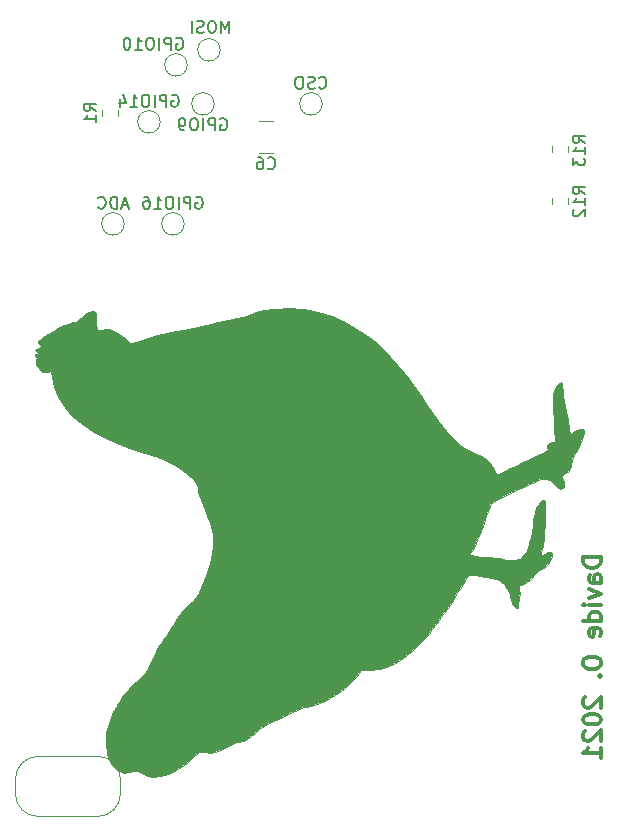
<source format=gbr>
G04 #@! TF.GenerationSoftware,KiCad,Pcbnew,(5.1.5)-3*
G04 #@! TF.CreationDate,2021-02-28T20:58:20+01:00*
G04 #@! TF.ProjectId,ATtimer,41547469-6d65-4722-9e6b-696361645f70,rev?*
G04 #@! TF.SameCoordinates,Original*
G04 #@! TF.FileFunction,Legend,Bot*
G04 #@! TF.FilePolarity,Positive*
%FSLAX46Y46*%
G04 Gerber Fmt 4.6, Leading zero omitted, Abs format (unit mm)*
G04 Created by KiCad (PCBNEW (5.1.5)-3) date 2021-02-28 20:58:20*
%MOMM*%
%LPD*%
G04 APERTURE LIST*
%ADD10C,0.300000*%
%ADD11C,0.120000*%
%ADD12C,0.010000*%
%ADD13C,0.150000*%
G04 APERTURE END LIST*
D10*
X87546571Y-112058714D02*
X86046571Y-112058714D01*
X86046571Y-112415857D01*
X86118000Y-112630142D01*
X86260857Y-112773000D01*
X86403714Y-112844428D01*
X86689428Y-112915857D01*
X86903714Y-112915857D01*
X87189428Y-112844428D01*
X87332285Y-112773000D01*
X87475142Y-112630142D01*
X87546571Y-112415857D01*
X87546571Y-112058714D01*
X87546571Y-114201571D02*
X86760857Y-114201571D01*
X86618000Y-114130142D01*
X86546571Y-113987285D01*
X86546571Y-113701571D01*
X86618000Y-113558714D01*
X87475142Y-114201571D02*
X87546571Y-114058714D01*
X87546571Y-113701571D01*
X87475142Y-113558714D01*
X87332285Y-113487285D01*
X87189428Y-113487285D01*
X87046571Y-113558714D01*
X86975142Y-113701571D01*
X86975142Y-114058714D01*
X86903714Y-114201571D01*
X86546571Y-114773000D02*
X87546571Y-115130142D01*
X86546571Y-115487285D01*
X87546571Y-116058714D02*
X86546571Y-116058714D01*
X86046571Y-116058714D02*
X86118000Y-115987285D01*
X86189428Y-116058714D01*
X86118000Y-116130142D01*
X86046571Y-116058714D01*
X86189428Y-116058714D01*
X87546571Y-117415857D02*
X86046571Y-117415857D01*
X87475142Y-117415857D02*
X87546571Y-117273000D01*
X87546571Y-116987285D01*
X87475142Y-116844428D01*
X87403714Y-116773000D01*
X87260857Y-116701571D01*
X86832285Y-116701571D01*
X86689428Y-116773000D01*
X86618000Y-116844428D01*
X86546571Y-116987285D01*
X86546571Y-117273000D01*
X86618000Y-117415857D01*
X87475142Y-118701571D02*
X87546571Y-118558714D01*
X87546571Y-118273000D01*
X87475142Y-118130142D01*
X87332285Y-118058714D01*
X86760857Y-118058714D01*
X86618000Y-118130142D01*
X86546571Y-118273000D01*
X86546571Y-118558714D01*
X86618000Y-118701571D01*
X86760857Y-118773000D01*
X86903714Y-118773000D01*
X87046571Y-118058714D01*
X86046571Y-120844428D02*
X86046571Y-121130142D01*
X86118000Y-121273000D01*
X86260857Y-121415857D01*
X86546571Y-121487285D01*
X87046571Y-121487285D01*
X87332285Y-121415857D01*
X87475142Y-121273000D01*
X87546571Y-121130142D01*
X87546571Y-120844428D01*
X87475142Y-120701571D01*
X87332285Y-120558714D01*
X87046571Y-120487285D01*
X86546571Y-120487285D01*
X86260857Y-120558714D01*
X86118000Y-120701571D01*
X86046571Y-120844428D01*
X87403714Y-122130142D02*
X87475142Y-122201571D01*
X87546571Y-122130142D01*
X87475142Y-122058714D01*
X87403714Y-122130142D01*
X87546571Y-122130142D01*
X86189428Y-123915857D02*
X86118000Y-123987285D01*
X86046571Y-124130142D01*
X86046571Y-124487285D01*
X86118000Y-124630142D01*
X86189428Y-124701571D01*
X86332285Y-124773000D01*
X86475142Y-124773000D01*
X86689428Y-124701571D01*
X87546571Y-123844428D01*
X87546571Y-124773000D01*
X86046571Y-125701571D02*
X86046571Y-125844428D01*
X86118000Y-125987285D01*
X86189428Y-126058714D01*
X86332285Y-126130142D01*
X86618000Y-126201571D01*
X86975142Y-126201571D01*
X87260857Y-126130142D01*
X87403714Y-126058714D01*
X87475142Y-125987285D01*
X87546571Y-125844428D01*
X87546571Y-125701571D01*
X87475142Y-125558714D01*
X87403714Y-125487285D01*
X87260857Y-125415857D01*
X86975142Y-125344428D01*
X86618000Y-125344428D01*
X86332285Y-125415857D01*
X86189428Y-125487285D01*
X86118000Y-125558714D01*
X86046571Y-125701571D01*
X86189428Y-126773000D02*
X86118000Y-126844428D01*
X86046571Y-126987285D01*
X86046571Y-127344428D01*
X86118000Y-127487285D01*
X86189428Y-127558714D01*
X86332285Y-127630142D01*
X86475142Y-127630142D01*
X86689428Y-127558714D01*
X87546571Y-126701571D01*
X87546571Y-127630142D01*
X87546571Y-129058714D02*
X87546571Y-128201571D01*
X87546571Y-128630142D02*
X86046571Y-128630142D01*
X86260857Y-128487285D01*
X86403714Y-128344428D01*
X86475142Y-128201571D01*
D11*
X46863000Y-130810000D02*
G75*
G03X44958000Y-128905000I-1905000J0D01*
G01*
X39878000Y-128905000D02*
G75*
G03X37973000Y-130810000I0J-1905000D01*
G01*
X37973000Y-132080000D02*
G75*
G03X39878000Y-133985000I1905000J0D01*
G01*
X44958000Y-133985000D02*
G75*
G03X46863000Y-132080000I0J1905000D01*
G01*
X46863000Y-132080000D02*
X46863000Y-130810000D01*
X43053000Y-128905000D02*
X39878000Y-128905000D01*
X39878000Y-133985000D02*
X43053000Y-133985000D01*
X37973000Y-132080000D02*
X37973000Y-130810000D01*
X44958000Y-133985000D02*
X43053000Y-133985000D01*
X44958000Y-128905000D02*
X43053000Y-128905000D01*
X84784000Y-77208748D02*
X84784000Y-77731252D01*
X83364000Y-77208748D02*
X83364000Y-77731252D01*
X83364000Y-82176252D02*
X83364000Y-81653748D01*
X84784000Y-82176252D02*
X84784000Y-81653748D01*
D12*
G36*
X39709711Y-95081533D02*
G01*
X39790306Y-95200441D01*
X39742589Y-95302467D01*
X39685209Y-95496170D01*
X39753002Y-95756691D01*
X39936020Y-96048790D01*
X39962392Y-96080900D01*
X40249796Y-96322812D01*
X40562450Y-96401570D01*
X40797891Y-96355017D01*
X40918073Y-96318167D01*
X40987122Y-96346510D01*
X41027256Y-96473700D01*
X41060692Y-96733387D01*
X41063317Y-96757045D01*
X41239575Y-97643464D01*
X41567780Y-98476314D01*
X42050974Y-99259982D01*
X42692198Y-99998855D01*
X43494491Y-100697320D01*
X44088257Y-101121410D01*
X44671433Y-101485533D01*
X45292208Y-101823067D01*
X45974063Y-102143959D01*
X46740479Y-102458156D01*
X47614941Y-102775603D01*
X48620929Y-103106247D01*
X49191333Y-103282900D01*
X50085417Y-103598658D01*
X50944901Y-103985384D01*
X51736307Y-104424457D01*
X52426156Y-104897261D01*
X52980970Y-105385178D01*
X52991934Y-105396490D01*
X53219348Y-105673801D01*
X53344167Y-105955691D01*
X53389948Y-106172457D01*
X53447161Y-106410226D01*
X53556536Y-106761533D01*
X53703840Y-107184141D01*
X53874838Y-107635816D01*
X53928402Y-107770110D01*
X54222041Y-108525477D01*
X54441096Y-109161156D01*
X54592342Y-109705965D01*
X54682555Y-110188724D01*
X54718510Y-110638251D01*
X54707080Y-111082040D01*
X54613320Y-111785299D01*
X54435251Y-112577213D01*
X54187531Y-113409037D01*
X53884818Y-114232025D01*
X53541771Y-114997430D01*
X53511625Y-115057478D01*
X53329281Y-115341415D01*
X53075695Y-115645974D01*
X52882433Y-115835614D01*
X52455647Y-116256350D01*
X52014398Y-116771493D01*
X51607709Y-117319117D01*
X51284607Y-117837292D01*
X51256390Y-117889615D01*
X51045472Y-118242970D01*
X50789277Y-118610822D01*
X50614323Y-118829667D01*
X50345643Y-119187924D01*
X50053353Y-119660501D01*
X49763312Y-120199773D01*
X49501378Y-120758112D01*
X49318870Y-121215667D01*
X49192571Y-121521459D01*
X49044296Y-121754041D01*
X48828372Y-121974562D01*
X48625299Y-122144260D01*
X48414911Y-122329629D01*
X48154578Y-122583338D01*
X47869420Y-122877796D01*
X47584555Y-123185408D01*
X47325106Y-123478581D01*
X47116192Y-123729721D01*
X46982932Y-123911233D01*
X46947667Y-123987084D01*
X46895972Y-124085167D01*
X46796657Y-124205837D01*
X46695514Y-124348629D01*
X46544573Y-124602843D01*
X46367513Y-124927339D01*
X46250471Y-125154797D01*
X45874828Y-126057291D01*
X45662890Y-126940364D01*
X45615189Y-127799230D01*
X45732258Y-128629103D01*
X45827815Y-128959285D01*
X46070903Y-129510079D01*
X46379961Y-129917658D01*
X46747066Y-130176297D01*
X47164297Y-130280276D01*
X47591215Y-130232932D01*
X47962726Y-130152550D01*
X48241487Y-130150183D01*
X48488292Y-130232440D01*
X48686584Y-130352006D01*
X49130245Y-130553378D01*
X49654803Y-130620640D01*
X50243507Y-130558024D01*
X50879607Y-130369762D01*
X51546353Y-130060087D01*
X52226995Y-129633232D01*
X52578000Y-129368648D01*
X52863271Y-129132786D01*
X53128176Y-128900133D01*
X53316606Y-128720013D01*
X53320328Y-128716108D01*
X53471287Y-128571096D01*
X53603046Y-128511176D01*
X53784422Y-128519162D01*
X53968919Y-128554142D01*
X54526793Y-128583675D01*
X55113724Y-128455196D01*
X55711172Y-128173198D01*
X55819988Y-128105455D01*
X56151538Y-127919834D01*
X56505869Y-127765307D01*
X56758222Y-127687554D01*
X57222856Y-127565828D01*
X57597800Y-127405575D01*
X57945565Y-127172986D01*
X58319175Y-126843308D01*
X58586309Y-126604399D01*
X58833915Y-126410345D01*
X59018786Y-126294237D01*
X59055000Y-126279717D01*
X59194443Y-126223176D01*
X59458032Y-126103282D01*
X59818679Y-125932854D01*
X60249298Y-125724713D01*
X60722800Y-125491677D01*
X60776549Y-125464970D01*
X61250200Y-125233878D01*
X61682027Y-125031607D01*
X62045642Y-124869849D01*
X62314658Y-124760294D01*
X62462686Y-124714633D01*
X62471584Y-124714000D01*
X62641003Y-124691928D01*
X62916988Y-124633680D01*
X63243753Y-124551208D01*
X63287718Y-124539146D01*
X64191897Y-124207193D01*
X65063988Y-123731307D01*
X65866544Y-123136802D01*
X66562117Y-122448994D01*
X66786341Y-122174000D01*
X67207163Y-121623667D01*
X68130315Y-121572838D01*
X68551024Y-121546006D01*
X68860613Y-121510127D01*
X69117192Y-121450257D01*
X69378870Y-121351450D01*
X69703758Y-121198762D01*
X69832733Y-121135002D01*
X70508070Y-120764447D01*
X71131881Y-120342556D01*
X71730938Y-119846134D01*
X72332013Y-119251990D01*
X72961878Y-118536930D01*
X73275594Y-118152334D01*
X73528285Y-117820350D01*
X73842979Y-117382983D01*
X74194879Y-116877077D01*
X74559189Y-116339474D01*
X74911111Y-115807017D01*
X75225849Y-115316551D01*
X75478607Y-114904919D01*
X75583413Y-114723334D01*
X75837616Y-114270076D01*
X76028092Y-113944975D01*
X76172028Y-113727437D01*
X76286616Y-113596870D01*
X76389045Y-113532681D01*
X76496505Y-113514279D01*
X76589555Y-113518045D01*
X76928917Y-113558179D01*
X77344766Y-113627632D01*
X77794211Y-113716891D01*
X78234362Y-113816443D01*
X78622327Y-113916773D01*
X78915216Y-114008368D01*
X79039291Y-114061414D01*
X79353706Y-114317622D01*
X79623729Y-114695443D01*
X79819601Y-115147791D01*
X79881852Y-115394613D01*
X79945698Y-115700047D01*
X80012131Y-115901132D01*
X80108912Y-116060971D01*
X80246569Y-116223557D01*
X80404810Y-116355045D01*
X80499786Y-116347026D01*
X80509782Y-116204760D01*
X80500059Y-116162132D01*
X80511154Y-115962381D01*
X80562301Y-115863962D01*
X80616521Y-115712396D01*
X80650118Y-115450335D01*
X80661359Y-115135560D01*
X80648510Y-114825853D01*
X80609836Y-114578994D01*
X80601703Y-114550965D01*
X80595897Y-114421045D01*
X80719289Y-114384734D01*
X80729527Y-114384667D01*
X81001199Y-114317506D01*
X81312569Y-114139461D01*
X81617627Y-113885688D01*
X81870361Y-113591342D01*
X81960589Y-113444044D01*
X82103480Y-113280581D01*
X82345436Y-113102290D01*
X82524866Y-113001823D01*
X82962150Y-112708441D01*
X83263549Y-112333168D01*
X83405480Y-111948768D01*
X83412455Y-111730191D01*
X83316079Y-111628424D01*
X83107180Y-111640510D01*
X82799407Y-111753309D01*
X82568073Y-111853209D01*
X82409821Y-111916992D01*
X82370589Y-111929334D01*
X82378195Y-111859607D01*
X82434591Y-111685214D01*
X82462023Y-111611834D01*
X82547529Y-111346613D01*
X82635734Y-111006545D01*
X82683332Y-110786334D01*
X82712922Y-110562722D01*
X82739624Y-110228433D01*
X82762754Y-109814016D01*
X82781627Y-109350023D01*
X82795558Y-108867006D01*
X82803862Y-108395515D01*
X82805855Y-107966102D01*
X82800852Y-107609318D01*
X82788169Y-107355715D01*
X82767120Y-107235843D01*
X82763006Y-107231161D01*
X82656148Y-107240308D01*
X82507962Y-107298997D01*
X82281812Y-107499020D01*
X82088558Y-107846663D01*
X81936489Y-108322007D01*
X81833896Y-108905136D01*
X81831718Y-108923667D01*
X81770821Y-109369421D01*
X81686194Y-109887887D01*
X81593192Y-110387015D01*
X81564178Y-110527577D01*
X81466839Y-110948617D01*
X81372091Y-111253500D01*
X81258963Y-111493754D01*
X81106479Y-111720908D01*
X81047266Y-111797577D01*
X80857202Y-112028554D01*
X80704668Y-112162028D01*
X80527370Y-112231879D01*
X80263010Y-112271989D01*
X80153465Y-112283700D01*
X79767982Y-112305885D01*
X79481865Y-112273707D01*
X79295697Y-112211111D01*
X79034066Y-112139569D01*
X78625273Y-112083389D01*
X78091026Y-112045381D01*
X77978000Y-112040481D01*
X77367889Y-112004284D01*
X76901616Y-111950270D01*
X76584651Y-111879950D01*
X76422461Y-111794832D01*
X76420515Y-111696428D01*
X76498228Y-111631829D01*
X76607418Y-111502218D01*
X76759296Y-111232315D01*
X76944988Y-110843120D01*
X77155624Y-110355634D01*
X77382331Y-109790858D01*
X77616237Y-109169793D01*
X77848470Y-108513439D01*
X77975794Y-108134314D01*
X78207693Y-107429627D01*
X80209513Y-106457954D01*
X80762582Y-106192425D01*
X81280123Y-105949455D01*
X81738251Y-105739826D01*
X82113083Y-105574317D01*
X82380736Y-105463712D01*
X82507667Y-105420570D01*
X82919467Y-105395735D01*
X83262781Y-105524399D01*
X83550711Y-105811680D01*
X83566596Y-105834193D01*
X83803394Y-106098837D01*
X84042669Y-106229387D01*
X84259787Y-106214957D01*
X84329099Y-106171088D01*
X84438411Y-105978188D01*
X84420886Y-105712347D01*
X84328000Y-105494667D01*
X84215763Y-105230700D01*
X84239926Y-105056415D01*
X84403696Y-104956931D01*
X84446221Y-104946262D01*
X84738369Y-104818417D01*
X84920708Y-104578498D01*
X85004219Y-104210843D01*
X85008903Y-104143670D01*
X85057497Y-103820265D01*
X85154323Y-103600897D01*
X85175084Y-103577154D01*
X85289475Y-103417580D01*
X85442085Y-103144249D01*
X85614646Y-102797667D01*
X85788894Y-102418341D01*
X85946563Y-102046778D01*
X86069386Y-101723485D01*
X86139097Y-101488968D01*
X86148333Y-101418871D01*
X86126635Y-101248287D01*
X86026049Y-101184451D01*
X85888767Y-101176667D01*
X85514927Y-101246082D01*
X85156334Y-101464365D01*
X85075936Y-101534000D01*
X84892538Y-101700839D01*
X84838203Y-101205920D01*
X84735452Y-100398691D01*
X84613978Y-99699325D01*
X84509485Y-99229334D01*
X84438173Y-98870253D01*
X84373236Y-98429409D01*
X84327299Y-97994253D01*
X84323061Y-97938167D01*
X84290593Y-97607863D01*
X84248415Y-97353412D01*
X84203657Y-97213073D01*
X84185035Y-97197334D01*
X84078274Y-97254362D01*
X83915428Y-97396833D01*
X83859319Y-97454560D01*
X83645982Y-97789481D01*
X83507484Y-98233832D01*
X83455312Y-98740009D01*
X83471240Y-99062963D01*
X83492297Y-99309966D01*
X83516501Y-99684026D01*
X83541466Y-100142957D01*
X83564805Y-100644575D01*
X83575247Y-100901500D01*
X83628215Y-102277334D01*
X83367253Y-102277334D01*
X83117380Y-102341287D01*
X82985964Y-102513265D01*
X82993118Y-102763438D01*
X83008621Y-102809135D01*
X83026542Y-102871036D01*
X83018892Y-102929644D01*
X82969588Y-102994309D01*
X82862547Y-103074382D01*
X82681687Y-103179214D01*
X82410926Y-103318158D01*
X82034180Y-103500564D01*
X81535368Y-103735783D01*
X80924129Y-104021178D01*
X80361605Y-104283175D01*
X79848537Y-104521739D01*
X79405136Y-104727506D01*
X79051609Y-104891109D01*
X78808167Y-105003185D01*
X78695018Y-105054368D01*
X78690619Y-105056182D01*
X78623019Y-105004640D01*
X78561907Y-104844515D01*
X78350594Y-104311703D01*
X77999452Y-103867015D01*
X77520278Y-103523189D01*
X77207442Y-103382070D01*
X76607193Y-103131864D01*
X76108914Y-102857359D01*
X75646138Y-102516884D01*
X75226431Y-102140079D01*
X74873405Y-101790209D01*
X74535383Y-101425840D01*
X74195510Y-101025393D01*
X73836931Y-100567289D01*
X73442789Y-100029948D01*
X72996230Y-99391791D01*
X72480397Y-98631239D01*
X72448266Y-98583317D01*
X71749746Y-97566661D01*
X71102336Y-96681991D01*
X70486918Y-95907208D01*
X69884373Y-95220215D01*
X69275585Y-94598911D01*
X68641435Y-94021199D01*
X68144808Y-93608935D01*
X67013525Y-92780206D01*
X65886722Y-92114086D01*
X64747803Y-91605170D01*
X63580172Y-91248050D01*
X62367236Y-91037318D01*
X61092399Y-90967569D01*
X60139774Y-91000721D01*
X59629263Y-91039432D01*
X59240838Y-91081181D01*
X58927361Y-91135049D01*
X58641694Y-91210117D01*
X58336697Y-91315466D01*
X58165468Y-91381065D01*
X57746084Y-91524864D01*
X57236770Y-91670087D01*
X56715419Y-91795588D01*
X56426684Y-91853082D01*
X55995880Y-91935866D01*
X55586997Y-92024562D01*
X55251917Y-92107363D01*
X55072017Y-92161370D01*
X54658383Y-92287011D01*
X54099778Y-92424567D01*
X53419706Y-92568891D01*
X52641666Y-92714834D01*
X52197000Y-92791182D01*
X51140475Y-92996418D01*
X50039074Y-93262801D01*
X48978150Y-93568709D01*
X48482002Y-93732337D01*
X48139107Y-93849345D01*
X47917877Y-93914200D01*
X47780103Y-93930551D01*
X47687576Y-93902051D01*
X47602088Y-93832349D01*
X47586782Y-93817875D01*
X47270512Y-93525650D01*
X47019043Y-93318465D01*
X46780315Y-93158818D01*
X46502266Y-93009206D01*
X46383413Y-92951012D01*
X46080504Y-92811477D01*
X45866741Y-92739902D01*
X45681670Y-92724912D01*
X45464839Y-92755133D01*
X45405458Y-92767009D01*
X45152171Y-92811628D01*
X45007003Y-92804522D01*
X44913701Y-92734646D01*
X44860545Y-92660033D01*
X44778461Y-92438994D01*
X44785015Y-92131421D01*
X44791074Y-92088460D01*
X44820811Y-91668601D01*
X44768683Y-91373085D01*
X44637908Y-91212772D01*
X44523735Y-91186000D01*
X44198586Y-91257287D01*
X43844431Y-91476110D01*
X43522650Y-91771689D01*
X43307886Y-91962971D01*
X43110291Y-92088494D01*
X43012322Y-92117333D01*
X42802690Y-92165499D01*
X42666651Y-92236425D01*
X42479160Y-92321979D01*
X42210319Y-92395321D01*
X42104145Y-92414372D01*
X41740728Y-92521882D01*
X41520908Y-92676281D01*
X41360167Y-92816958D01*
X41232526Y-92879170D01*
X41228275Y-92879333D01*
X41093235Y-92938439D01*
X41021000Y-93006334D01*
X40857238Y-93114860D01*
X40762778Y-93133334D01*
X40600437Y-93195164D01*
X40455645Y-93324211D01*
X40258154Y-93504186D01*
X40065324Y-93620176D01*
X39906853Y-93713911D01*
X39884811Y-93817077D01*
X39912535Y-93880762D01*
X40049673Y-94066911D01*
X40141371Y-94156297D01*
X40218021Y-94235497D01*
X40179329Y-94280402D01*
X40000363Y-94313593D01*
X39962111Y-94318667D01*
X39707691Y-94382405D01*
X39611832Y-94480522D01*
X39678525Y-94603303D01*
X39809261Y-94690828D01*
X40047333Y-94819887D01*
X39814500Y-94823277D01*
X39626100Y-94858056D01*
X39595917Y-94950643D01*
X39709711Y-95081533D01*
G37*
X39709711Y-95081533D02*
X39790306Y-95200441D01*
X39742589Y-95302467D01*
X39685209Y-95496170D01*
X39753002Y-95756691D01*
X39936020Y-96048790D01*
X39962392Y-96080900D01*
X40249796Y-96322812D01*
X40562450Y-96401570D01*
X40797891Y-96355017D01*
X40918073Y-96318167D01*
X40987122Y-96346510D01*
X41027256Y-96473700D01*
X41060692Y-96733387D01*
X41063317Y-96757045D01*
X41239575Y-97643464D01*
X41567780Y-98476314D01*
X42050974Y-99259982D01*
X42692198Y-99998855D01*
X43494491Y-100697320D01*
X44088257Y-101121410D01*
X44671433Y-101485533D01*
X45292208Y-101823067D01*
X45974063Y-102143959D01*
X46740479Y-102458156D01*
X47614941Y-102775603D01*
X48620929Y-103106247D01*
X49191333Y-103282900D01*
X50085417Y-103598658D01*
X50944901Y-103985384D01*
X51736307Y-104424457D01*
X52426156Y-104897261D01*
X52980970Y-105385178D01*
X52991934Y-105396490D01*
X53219348Y-105673801D01*
X53344167Y-105955691D01*
X53389948Y-106172457D01*
X53447161Y-106410226D01*
X53556536Y-106761533D01*
X53703840Y-107184141D01*
X53874838Y-107635816D01*
X53928402Y-107770110D01*
X54222041Y-108525477D01*
X54441096Y-109161156D01*
X54592342Y-109705965D01*
X54682555Y-110188724D01*
X54718510Y-110638251D01*
X54707080Y-111082040D01*
X54613320Y-111785299D01*
X54435251Y-112577213D01*
X54187531Y-113409037D01*
X53884818Y-114232025D01*
X53541771Y-114997430D01*
X53511625Y-115057478D01*
X53329281Y-115341415D01*
X53075695Y-115645974D01*
X52882433Y-115835614D01*
X52455647Y-116256350D01*
X52014398Y-116771493D01*
X51607709Y-117319117D01*
X51284607Y-117837292D01*
X51256390Y-117889615D01*
X51045472Y-118242970D01*
X50789277Y-118610822D01*
X50614323Y-118829667D01*
X50345643Y-119187924D01*
X50053353Y-119660501D01*
X49763312Y-120199773D01*
X49501378Y-120758112D01*
X49318870Y-121215667D01*
X49192571Y-121521459D01*
X49044296Y-121754041D01*
X48828372Y-121974562D01*
X48625299Y-122144260D01*
X48414911Y-122329629D01*
X48154578Y-122583338D01*
X47869420Y-122877796D01*
X47584555Y-123185408D01*
X47325106Y-123478581D01*
X47116192Y-123729721D01*
X46982932Y-123911233D01*
X46947667Y-123987084D01*
X46895972Y-124085167D01*
X46796657Y-124205837D01*
X46695514Y-124348629D01*
X46544573Y-124602843D01*
X46367513Y-124927339D01*
X46250471Y-125154797D01*
X45874828Y-126057291D01*
X45662890Y-126940364D01*
X45615189Y-127799230D01*
X45732258Y-128629103D01*
X45827815Y-128959285D01*
X46070903Y-129510079D01*
X46379961Y-129917658D01*
X46747066Y-130176297D01*
X47164297Y-130280276D01*
X47591215Y-130232932D01*
X47962726Y-130152550D01*
X48241487Y-130150183D01*
X48488292Y-130232440D01*
X48686584Y-130352006D01*
X49130245Y-130553378D01*
X49654803Y-130620640D01*
X50243507Y-130558024D01*
X50879607Y-130369762D01*
X51546353Y-130060087D01*
X52226995Y-129633232D01*
X52578000Y-129368648D01*
X52863271Y-129132786D01*
X53128176Y-128900133D01*
X53316606Y-128720013D01*
X53320328Y-128716108D01*
X53471287Y-128571096D01*
X53603046Y-128511176D01*
X53784422Y-128519162D01*
X53968919Y-128554142D01*
X54526793Y-128583675D01*
X55113724Y-128455196D01*
X55711172Y-128173198D01*
X55819988Y-128105455D01*
X56151538Y-127919834D01*
X56505869Y-127765307D01*
X56758222Y-127687554D01*
X57222856Y-127565828D01*
X57597800Y-127405575D01*
X57945565Y-127172986D01*
X58319175Y-126843308D01*
X58586309Y-126604399D01*
X58833915Y-126410345D01*
X59018786Y-126294237D01*
X59055000Y-126279717D01*
X59194443Y-126223176D01*
X59458032Y-126103282D01*
X59818679Y-125932854D01*
X60249298Y-125724713D01*
X60722800Y-125491677D01*
X60776549Y-125464970D01*
X61250200Y-125233878D01*
X61682027Y-125031607D01*
X62045642Y-124869849D01*
X62314658Y-124760294D01*
X62462686Y-124714633D01*
X62471584Y-124714000D01*
X62641003Y-124691928D01*
X62916988Y-124633680D01*
X63243753Y-124551208D01*
X63287718Y-124539146D01*
X64191897Y-124207193D01*
X65063988Y-123731307D01*
X65866544Y-123136802D01*
X66562117Y-122448994D01*
X66786341Y-122174000D01*
X67207163Y-121623667D01*
X68130315Y-121572838D01*
X68551024Y-121546006D01*
X68860613Y-121510127D01*
X69117192Y-121450257D01*
X69378870Y-121351450D01*
X69703758Y-121198762D01*
X69832733Y-121135002D01*
X70508070Y-120764447D01*
X71131881Y-120342556D01*
X71730938Y-119846134D01*
X72332013Y-119251990D01*
X72961878Y-118536930D01*
X73275594Y-118152334D01*
X73528285Y-117820350D01*
X73842979Y-117382983D01*
X74194879Y-116877077D01*
X74559189Y-116339474D01*
X74911111Y-115807017D01*
X75225849Y-115316551D01*
X75478607Y-114904919D01*
X75583413Y-114723334D01*
X75837616Y-114270076D01*
X76028092Y-113944975D01*
X76172028Y-113727437D01*
X76286616Y-113596870D01*
X76389045Y-113532681D01*
X76496505Y-113514279D01*
X76589555Y-113518045D01*
X76928917Y-113558179D01*
X77344766Y-113627632D01*
X77794211Y-113716891D01*
X78234362Y-113816443D01*
X78622327Y-113916773D01*
X78915216Y-114008368D01*
X79039291Y-114061414D01*
X79353706Y-114317622D01*
X79623729Y-114695443D01*
X79819601Y-115147791D01*
X79881852Y-115394613D01*
X79945698Y-115700047D01*
X80012131Y-115901132D01*
X80108912Y-116060971D01*
X80246569Y-116223557D01*
X80404810Y-116355045D01*
X80499786Y-116347026D01*
X80509782Y-116204760D01*
X80500059Y-116162132D01*
X80511154Y-115962381D01*
X80562301Y-115863962D01*
X80616521Y-115712396D01*
X80650118Y-115450335D01*
X80661359Y-115135560D01*
X80648510Y-114825853D01*
X80609836Y-114578994D01*
X80601703Y-114550965D01*
X80595897Y-114421045D01*
X80719289Y-114384734D01*
X80729527Y-114384667D01*
X81001199Y-114317506D01*
X81312569Y-114139461D01*
X81617627Y-113885688D01*
X81870361Y-113591342D01*
X81960589Y-113444044D01*
X82103480Y-113280581D01*
X82345436Y-113102290D01*
X82524866Y-113001823D01*
X82962150Y-112708441D01*
X83263549Y-112333168D01*
X83405480Y-111948768D01*
X83412455Y-111730191D01*
X83316079Y-111628424D01*
X83107180Y-111640510D01*
X82799407Y-111753309D01*
X82568073Y-111853209D01*
X82409821Y-111916992D01*
X82370589Y-111929334D01*
X82378195Y-111859607D01*
X82434591Y-111685214D01*
X82462023Y-111611834D01*
X82547529Y-111346613D01*
X82635734Y-111006545D01*
X82683332Y-110786334D01*
X82712922Y-110562722D01*
X82739624Y-110228433D01*
X82762754Y-109814016D01*
X82781627Y-109350023D01*
X82795558Y-108867006D01*
X82803862Y-108395515D01*
X82805855Y-107966102D01*
X82800852Y-107609318D01*
X82788169Y-107355715D01*
X82767120Y-107235843D01*
X82763006Y-107231161D01*
X82656148Y-107240308D01*
X82507962Y-107298997D01*
X82281812Y-107499020D01*
X82088558Y-107846663D01*
X81936489Y-108322007D01*
X81833896Y-108905136D01*
X81831718Y-108923667D01*
X81770821Y-109369421D01*
X81686194Y-109887887D01*
X81593192Y-110387015D01*
X81564178Y-110527577D01*
X81466839Y-110948617D01*
X81372091Y-111253500D01*
X81258963Y-111493754D01*
X81106479Y-111720908D01*
X81047266Y-111797577D01*
X80857202Y-112028554D01*
X80704668Y-112162028D01*
X80527370Y-112231879D01*
X80263010Y-112271989D01*
X80153465Y-112283700D01*
X79767982Y-112305885D01*
X79481865Y-112273707D01*
X79295697Y-112211111D01*
X79034066Y-112139569D01*
X78625273Y-112083389D01*
X78091026Y-112045381D01*
X77978000Y-112040481D01*
X77367889Y-112004284D01*
X76901616Y-111950270D01*
X76584651Y-111879950D01*
X76422461Y-111794832D01*
X76420515Y-111696428D01*
X76498228Y-111631829D01*
X76607418Y-111502218D01*
X76759296Y-111232315D01*
X76944988Y-110843120D01*
X77155624Y-110355634D01*
X77382331Y-109790858D01*
X77616237Y-109169793D01*
X77848470Y-108513439D01*
X77975794Y-108134314D01*
X78207693Y-107429627D01*
X80209513Y-106457954D01*
X80762582Y-106192425D01*
X81280123Y-105949455D01*
X81738251Y-105739826D01*
X82113083Y-105574317D01*
X82380736Y-105463712D01*
X82507667Y-105420570D01*
X82919467Y-105395735D01*
X83262781Y-105524399D01*
X83550711Y-105811680D01*
X83566596Y-105834193D01*
X83803394Y-106098837D01*
X84042669Y-106229387D01*
X84259787Y-106214957D01*
X84329099Y-106171088D01*
X84438411Y-105978188D01*
X84420886Y-105712347D01*
X84328000Y-105494667D01*
X84215763Y-105230700D01*
X84239926Y-105056415D01*
X84403696Y-104956931D01*
X84446221Y-104946262D01*
X84738369Y-104818417D01*
X84920708Y-104578498D01*
X85004219Y-104210843D01*
X85008903Y-104143670D01*
X85057497Y-103820265D01*
X85154323Y-103600897D01*
X85175084Y-103577154D01*
X85289475Y-103417580D01*
X85442085Y-103144249D01*
X85614646Y-102797667D01*
X85788894Y-102418341D01*
X85946563Y-102046778D01*
X86069386Y-101723485D01*
X86139097Y-101488968D01*
X86148333Y-101418871D01*
X86126635Y-101248287D01*
X86026049Y-101184451D01*
X85888767Y-101176667D01*
X85514927Y-101246082D01*
X85156334Y-101464365D01*
X85075936Y-101534000D01*
X84892538Y-101700839D01*
X84838203Y-101205920D01*
X84735452Y-100398691D01*
X84613978Y-99699325D01*
X84509485Y-99229334D01*
X84438173Y-98870253D01*
X84373236Y-98429409D01*
X84327299Y-97994253D01*
X84323061Y-97938167D01*
X84290593Y-97607863D01*
X84248415Y-97353412D01*
X84203657Y-97213073D01*
X84185035Y-97197334D01*
X84078274Y-97254362D01*
X83915428Y-97396833D01*
X83859319Y-97454560D01*
X83645982Y-97789481D01*
X83507484Y-98233832D01*
X83455312Y-98740009D01*
X83471240Y-99062963D01*
X83492297Y-99309966D01*
X83516501Y-99684026D01*
X83541466Y-100142957D01*
X83564805Y-100644575D01*
X83575247Y-100901500D01*
X83628215Y-102277334D01*
X83367253Y-102277334D01*
X83117380Y-102341287D01*
X82985964Y-102513265D01*
X82993118Y-102763438D01*
X83008621Y-102809135D01*
X83026542Y-102871036D01*
X83018892Y-102929644D01*
X82969588Y-102994309D01*
X82862547Y-103074382D01*
X82681687Y-103179214D01*
X82410926Y-103318158D01*
X82034180Y-103500564D01*
X81535368Y-103735783D01*
X80924129Y-104021178D01*
X80361605Y-104283175D01*
X79848537Y-104521739D01*
X79405136Y-104727506D01*
X79051609Y-104891109D01*
X78808167Y-105003185D01*
X78695018Y-105054368D01*
X78690619Y-105056182D01*
X78623019Y-105004640D01*
X78561907Y-104844515D01*
X78350594Y-104311703D01*
X77999452Y-103867015D01*
X77520278Y-103523189D01*
X77207442Y-103382070D01*
X76607193Y-103131864D01*
X76108914Y-102857359D01*
X75646138Y-102516884D01*
X75226431Y-102140079D01*
X74873405Y-101790209D01*
X74535383Y-101425840D01*
X74195510Y-101025393D01*
X73836931Y-100567289D01*
X73442789Y-100029948D01*
X72996230Y-99391791D01*
X72480397Y-98631239D01*
X72448266Y-98583317D01*
X71749746Y-97566661D01*
X71102336Y-96681991D01*
X70486918Y-95907208D01*
X69884373Y-95220215D01*
X69275585Y-94598911D01*
X68641435Y-94021199D01*
X68144808Y-93608935D01*
X67013525Y-92780206D01*
X65886722Y-92114086D01*
X64747803Y-91605170D01*
X63580172Y-91248050D01*
X62367236Y-91037318D01*
X61092399Y-90967569D01*
X60139774Y-91000721D01*
X59629263Y-91039432D01*
X59240838Y-91081181D01*
X58927361Y-91135049D01*
X58641694Y-91210117D01*
X58336697Y-91315466D01*
X58165468Y-91381065D01*
X57746084Y-91524864D01*
X57236770Y-91670087D01*
X56715419Y-91795588D01*
X56426684Y-91853082D01*
X55995880Y-91935866D01*
X55586997Y-92024562D01*
X55251917Y-92107363D01*
X55072017Y-92161370D01*
X54658383Y-92287011D01*
X54099778Y-92424567D01*
X53419706Y-92568891D01*
X52641666Y-92714834D01*
X52197000Y-92791182D01*
X51140475Y-92996418D01*
X50039074Y-93262801D01*
X48978150Y-93568709D01*
X48482002Y-93732337D01*
X48139107Y-93849345D01*
X47917877Y-93914200D01*
X47780103Y-93930551D01*
X47687576Y-93902051D01*
X47602088Y-93832349D01*
X47586782Y-93817875D01*
X47270512Y-93525650D01*
X47019043Y-93318465D01*
X46780315Y-93158818D01*
X46502266Y-93009206D01*
X46383413Y-92951012D01*
X46080504Y-92811477D01*
X45866741Y-92739902D01*
X45681670Y-92724912D01*
X45464839Y-92755133D01*
X45405458Y-92767009D01*
X45152171Y-92811628D01*
X45007003Y-92804522D01*
X44913701Y-92734646D01*
X44860545Y-92660033D01*
X44778461Y-92438994D01*
X44785015Y-92131421D01*
X44791074Y-92088460D01*
X44820811Y-91668601D01*
X44768683Y-91373085D01*
X44637908Y-91212772D01*
X44523735Y-91186000D01*
X44198586Y-91257287D01*
X43844431Y-91476110D01*
X43522650Y-91771689D01*
X43307886Y-91962971D01*
X43110291Y-92088494D01*
X43012322Y-92117333D01*
X42802690Y-92165499D01*
X42666651Y-92236425D01*
X42479160Y-92321979D01*
X42210319Y-92395321D01*
X42104145Y-92414372D01*
X41740728Y-92521882D01*
X41520908Y-92676281D01*
X41360167Y-92816958D01*
X41232526Y-92879170D01*
X41228275Y-92879333D01*
X41093235Y-92938439D01*
X41021000Y-93006334D01*
X40857238Y-93114860D01*
X40762778Y-93133334D01*
X40600437Y-93195164D01*
X40455645Y-93324211D01*
X40258154Y-93504186D01*
X40065324Y-93620176D01*
X39906853Y-93713911D01*
X39884811Y-93817077D01*
X39912535Y-93880762D01*
X40049673Y-94066911D01*
X40141371Y-94156297D01*
X40218021Y-94235497D01*
X40179329Y-94280402D01*
X40000363Y-94313593D01*
X39962111Y-94318667D01*
X39707691Y-94382405D01*
X39611832Y-94480522D01*
X39678525Y-94603303D01*
X39809261Y-94690828D01*
X40047333Y-94819887D01*
X39814500Y-94823277D01*
X39626100Y-94858056D01*
X39595917Y-94950643D01*
X39709711Y-95081533D01*
D11*
X52258000Y-83820000D02*
G75*
G03X52258000Y-83820000I-950000J0D01*
G01*
X50226000Y-75184000D02*
G75*
G03X50226000Y-75184000I-950000J0D01*
G01*
X55306000Y-69088000D02*
G75*
G03X55306000Y-69088000I-950000J0D01*
G01*
X52512000Y-70358000D02*
G75*
G03X52512000Y-70358000I-950000J0D01*
G01*
X54798000Y-73660000D02*
G75*
G03X54798000Y-73660000I-950000J0D01*
G01*
X63942000Y-73660000D02*
G75*
G03X63942000Y-73660000I-950000J0D01*
G01*
X47178000Y-83820000D02*
G75*
G03X47178000Y-83820000I-950000J0D01*
G01*
X46684000Y-74160748D02*
X46684000Y-74683252D01*
X45264000Y-74160748D02*
X45264000Y-74683252D01*
X58579936Y-75094000D02*
X59784064Y-75094000D01*
X58579936Y-77814000D02*
X59784064Y-77814000D01*
D13*
X86177380Y-76954142D02*
X85701190Y-76620809D01*
X86177380Y-76382714D02*
X85177380Y-76382714D01*
X85177380Y-76763666D01*
X85225000Y-76858904D01*
X85272619Y-76906523D01*
X85367857Y-76954142D01*
X85510714Y-76954142D01*
X85605952Y-76906523D01*
X85653571Y-76858904D01*
X85701190Y-76763666D01*
X85701190Y-76382714D01*
X86177380Y-77906523D02*
X86177380Y-77335095D01*
X86177380Y-77620809D02*
X85177380Y-77620809D01*
X85320238Y-77525571D01*
X85415476Y-77430333D01*
X85463095Y-77335095D01*
X85177380Y-78239857D02*
X85177380Y-78858904D01*
X85558333Y-78525571D01*
X85558333Y-78668428D01*
X85605952Y-78763666D01*
X85653571Y-78811285D01*
X85748809Y-78858904D01*
X85986904Y-78858904D01*
X86082142Y-78811285D01*
X86129761Y-78763666D01*
X86177380Y-78668428D01*
X86177380Y-78382714D01*
X86129761Y-78287476D01*
X86082142Y-78239857D01*
X86176380Y-81272142D02*
X85700190Y-80938809D01*
X86176380Y-80700714D02*
X85176380Y-80700714D01*
X85176380Y-81081666D01*
X85224000Y-81176904D01*
X85271619Y-81224523D01*
X85366857Y-81272142D01*
X85509714Y-81272142D01*
X85604952Y-81224523D01*
X85652571Y-81176904D01*
X85700190Y-81081666D01*
X85700190Y-80700714D01*
X86176380Y-82224523D02*
X86176380Y-81653095D01*
X86176380Y-81938809D02*
X85176380Y-81938809D01*
X85319238Y-81843571D01*
X85414476Y-81748333D01*
X85462095Y-81653095D01*
X85271619Y-82605476D02*
X85224000Y-82653095D01*
X85176380Y-82748333D01*
X85176380Y-82986428D01*
X85224000Y-83081666D01*
X85271619Y-83129285D01*
X85366857Y-83176904D01*
X85462095Y-83176904D01*
X85604952Y-83129285D01*
X86176380Y-82557857D01*
X86176380Y-83176904D01*
X53260380Y-81570000D02*
X53355619Y-81522380D01*
X53498476Y-81522380D01*
X53641333Y-81570000D01*
X53736571Y-81665238D01*
X53784190Y-81760476D01*
X53831809Y-81950952D01*
X53831809Y-82093809D01*
X53784190Y-82284285D01*
X53736571Y-82379523D01*
X53641333Y-82474761D01*
X53498476Y-82522380D01*
X53403238Y-82522380D01*
X53260380Y-82474761D01*
X53212761Y-82427142D01*
X53212761Y-82093809D01*
X53403238Y-82093809D01*
X52784190Y-82522380D02*
X52784190Y-81522380D01*
X52403238Y-81522380D01*
X52308000Y-81570000D01*
X52260380Y-81617619D01*
X52212761Y-81712857D01*
X52212761Y-81855714D01*
X52260380Y-81950952D01*
X52308000Y-81998571D01*
X52403238Y-82046190D01*
X52784190Y-82046190D01*
X51784190Y-82522380D02*
X51784190Y-81522380D01*
X51117523Y-81522380D02*
X50927047Y-81522380D01*
X50831809Y-81570000D01*
X50736571Y-81665238D01*
X50688952Y-81855714D01*
X50688952Y-82189047D01*
X50736571Y-82379523D01*
X50831809Y-82474761D01*
X50927047Y-82522380D01*
X51117523Y-82522380D01*
X51212761Y-82474761D01*
X51308000Y-82379523D01*
X51355619Y-82189047D01*
X51355619Y-81855714D01*
X51308000Y-81665238D01*
X51212761Y-81570000D01*
X51117523Y-81522380D01*
X49736571Y-82522380D02*
X50308000Y-82522380D01*
X50022285Y-82522380D02*
X50022285Y-81522380D01*
X50117523Y-81665238D01*
X50212761Y-81760476D01*
X50308000Y-81808095D01*
X48879428Y-81522380D02*
X49069904Y-81522380D01*
X49165142Y-81570000D01*
X49212761Y-81617619D01*
X49308000Y-81760476D01*
X49355619Y-81950952D01*
X49355619Y-82331904D01*
X49308000Y-82427142D01*
X49260380Y-82474761D01*
X49165142Y-82522380D01*
X48974666Y-82522380D01*
X48879428Y-82474761D01*
X48831809Y-82427142D01*
X48784190Y-82331904D01*
X48784190Y-82093809D01*
X48831809Y-81998571D01*
X48879428Y-81950952D01*
X48974666Y-81903333D01*
X49165142Y-81903333D01*
X49260380Y-81950952D01*
X49308000Y-81998571D01*
X49355619Y-82093809D01*
X51228380Y-72934000D02*
X51323619Y-72886380D01*
X51466476Y-72886380D01*
X51609333Y-72934000D01*
X51704571Y-73029238D01*
X51752190Y-73124476D01*
X51799809Y-73314952D01*
X51799809Y-73457809D01*
X51752190Y-73648285D01*
X51704571Y-73743523D01*
X51609333Y-73838761D01*
X51466476Y-73886380D01*
X51371238Y-73886380D01*
X51228380Y-73838761D01*
X51180761Y-73791142D01*
X51180761Y-73457809D01*
X51371238Y-73457809D01*
X50752190Y-73886380D02*
X50752190Y-72886380D01*
X50371238Y-72886380D01*
X50276000Y-72934000D01*
X50228380Y-72981619D01*
X50180761Y-73076857D01*
X50180761Y-73219714D01*
X50228380Y-73314952D01*
X50276000Y-73362571D01*
X50371238Y-73410190D01*
X50752190Y-73410190D01*
X49752190Y-73886380D02*
X49752190Y-72886380D01*
X49085523Y-72886380D02*
X48895047Y-72886380D01*
X48799809Y-72934000D01*
X48704571Y-73029238D01*
X48656952Y-73219714D01*
X48656952Y-73553047D01*
X48704571Y-73743523D01*
X48799809Y-73838761D01*
X48895047Y-73886380D01*
X49085523Y-73886380D01*
X49180761Y-73838761D01*
X49276000Y-73743523D01*
X49323619Y-73553047D01*
X49323619Y-73219714D01*
X49276000Y-73029238D01*
X49180761Y-72934000D01*
X49085523Y-72886380D01*
X47704571Y-73886380D02*
X48276000Y-73886380D01*
X47990285Y-73886380D02*
X47990285Y-72886380D01*
X48085523Y-73029238D01*
X48180761Y-73124476D01*
X48276000Y-73172095D01*
X46847428Y-73219714D02*
X46847428Y-73886380D01*
X47085523Y-72838761D02*
X47323619Y-73553047D01*
X46704571Y-73553047D01*
X56054428Y-67635380D02*
X56054428Y-66635380D01*
X55721095Y-67349666D01*
X55387761Y-66635380D01*
X55387761Y-67635380D01*
X54721095Y-66635380D02*
X54530619Y-66635380D01*
X54435380Y-66683000D01*
X54340142Y-66778238D01*
X54292523Y-66968714D01*
X54292523Y-67302047D01*
X54340142Y-67492523D01*
X54435380Y-67587761D01*
X54530619Y-67635380D01*
X54721095Y-67635380D01*
X54816333Y-67587761D01*
X54911571Y-67492523D01*
X54959190Y-67302047D01*
X54959190Y-66968714D01*
X54911571Y-66778238D01*
X54816333Y-66683000D01*
X54721095Y-66635380D01*
X53911571Y-67587761D02*
X53768714Y-67635380D01*
X53530619Y-67635380D01*
X53435380Y-67587761D01*
X53387761Y-67540142D01*
X53340142Y-67444904D01*
X53340142Y-67349666D01*
X53387761Y-67254428D01*
X53435380Y-67206809D01*
X53530619Y-67159190D01*
X53721095Y-67111571D01*
X53816333Y-67063952D01*
X53863952Y-67016333D01*
X53911571Y-66921095D01*
X53911571Y-66825857D01*
X53863952Y-66730619D01*
X53816333Y-66683000D01*
X53721095Y-66635380D01*
X53483000Y-66635380D01*
X53340142Y-66683000D01*
X52911571Y-67635380D02*
X52911571Y-66635380D01*
X51609380Y-68108000D02*
X51704619Y-68060380D01*
X51847476Y-68060380D01*
X51990333Y-68108000D01*
X52085571Y-68203238D01*
X52133190Y-68298476D01*
X52180809Y-68488952D01*
X52180809Y-68631809D01*
X52133190Y-68822285D01*
X52085571Y-68917523D01*
X51990333Y-69012761D01*
X51847476Y-69060380D01*
X51752238Y-69060380D01*
X51609380Y-69012761D01*
X51561761Y-68965142D01*
X51561761Y-68631809D01*
X51752238Y-68631809D01*
X51133190Y-69060380D02*
X51133190Y-68060380D01*
X50752238Y-68060380D01*
X50657000Y-68108000D01*
X50609380Y-68155619D01*
X50561761Y-68250857D01*
X50561761Y-68393714D01*
X50609380Y-68488952D01*
X50657000Y-68536571D01*
X50752238Y-68584190D01*
X51133190Y-68584190D01*
X50133190Y-69060380D02*
X50133190Y-68060380D01*
X49466523Y-68060380D02*
X49276047Y-68060380D01*
X49180809Y-68108000D01*
X49085571Y-68203238D01*
X49037952Y-68393714D01*
X49037952Y-68727047D01*
X49085571Y-68917523D01*
X49180809Y-69012761D01*
X49276047Y-69060380D01*
X49466523Y-69060380D01*
X49561761Y-69012761D01*
X49657000Y-68917523D01*
X49704619Y-68727047D01*
X49704619Y-68393714D01*
X49657000Y-68203238D01*
X49561761Y-68108000D01*
X49466523Y-68060380D01*
X48085571Y-69060380D02*
X48657000Y-69060380D01*
X48371285Y-69060380D02*
X48371285Y-68060380D01*
X48466523Y-68203238D01*
X48561761Y-68298476D01*
X48657000Y-68346095D01*
X47466523Y-68060380D02*
X47371285Y-68060380D01*
X47276047Y-68108000D01*
X47228428Y-68155619D01*
X47180809Y-68250857D01*
X47133190Y-68441333D01*
X47133190Y-68679428D01*
X47180809Y-68869904D01*
X47228428Y-68965142D01*
X47276047Y-69012761D01*
X47371285Y-69060380D01*
X47466523Y-69060380D01*
X47561761Y-69012761D01*
X47609380Y-68965142D01*
X47657000Y-68869904D01*
X47704619Y-68679428D01*
X47704619Y-68441333D01*
X47657000Y-68250857D01*
X47609380Y-68155619D01*
X47561761Y-68108000D01*
X47466523Y-68060380D01*
X55324190Y-74938000D02*
X55419428Y-74890380D01*
X55562285Y-74890380D01*
X55705142Y-74938000D01*
X55800380Y-75033238D01*
X55848000Y-75128476D01*
X55895619Y-75318952D01*
X55895619Y-75461809D01*
X55848000Y-75652285D01*
X55800380Y-75747523D01*
X55705142Y-75842761D01*
X55562285Y-75890380D01*
X55467047Y-75890380D01*
X55324190Y-75842761D01*
X55276571Y-75795142D01*
X55276571Y-75461809D01*
X55467047Y-75461809D01*
X54848000Y-75890380D02*
X54848000Y-74890380D01*
X54467047Y-74890380D01*
X54371809Y-74938000D01*
X54324190Y-74985619D01*
X54276571Y-75080857D01*
X54276571Y-75223714D01*
X54324190Y-75318952D01*
X54371809Y-75366571D01*
X54467047Y-75414190D01*
X54848000Y-75414190D01*
X53848000Y-75890380D02*
X53848000Y-74890380D01*
X53181333Y-74890380D02*
X52990857Y-74890380D01*
X52895619Y-74938000D01*
X52800380Y-75033238D01*
X52752761Y-75223714D01*
X52752761Y-75557047D01*
X52800380Y-75747523D01*
X52895619Y-75842761D01*
X52990857Y-75890380D01*
X53181333Y-75890380D01*
X53276571Y-75842761D01*
X53371809Y-75747523D01*
X53419428Y-75557047D01*
X53419428Y-75223714D01*
X53371809Y-75033238D01*
X53276571Y-74938000D01*
X53181333Y-74890380D01*
X52276571Y-75890380D02*
X52086095Y-75890380D01*
X51990857Y-75842761D01*
X51943238Y-75795142D01*
X51848000Y-75652285D01*
X51800380Y-75461809D01*
X51800380Y-75080857D01*
X51848000Y-74985619D01*
X51895619Y-74938000D01*
X51990857Y-74890380D01*
X52181333Y-74890380D01*
X52276571Y-74938000D01*
X52324190Y-74985619D01*
X52371809Y-75080857D01*
X52371809Y-75318952D01*
X52324190Y-75414190D01*
X52276571Y-75461809D01*
X52181333Y-75509428D01*
X51990857Y-75509428D01*
X51895619Y-75461809D01*
X51848000Y-75414190D01*
X51800380Y-75318952D01*
X63682476Y-72267142D02*
X63730095Y-72314761D01*
X63872952Y-72362380D01*
X63968190Y-72362380D01*
X64111047Y-72314761D01*
X64206285Y-72219523D01*
X64253904Y-72124285D01*
X64301523Y-71933809D01*
X64301523Y-71790952D01*
X64253904Y-71600476D01*
X64206285Y-71505238D01*
X64111047Y-71410000D01*
X63968190Y-71362380D01*
X63872952Y-71362380D01*
X63730095Y-71410000D01*
X63682476Y-71457619D01*
X63301523Y-72314761D02*
X63158666Y-72362380D01*
X62920571Y-72362380D01*
X62825333Y-72314761D01*
X62777714Y-72267142D01*
X62730095Y-72171904D01*
X62730095Y-72076666D01*
X62777714Y-71981428D01*
X62825333Y-71933809D01*
X62920571Y-71886190D01*
X63111047Y-71838571D01*
X63206285Y-71790952D01*
X63253904Y-71743333D01*
X63301523Y-71648095D01*
X63301523Y-71552857D01*
X63253904Y-71457619D01*
X63206285Y-71410000D01*
X63111047Y-71362380D01*
X62872952Y-71362380D01*
X62730095Y-71410000D01*
X62111047Y-71362380D02*
X61920571Y-71362380D01*
X61825333Y-71410000D01*
X61730095Y-71505238D01*
X61682476Y-71695714D01*
X61682476Y-72029047D01*
X61730095Y-72219523D01*
X61825333Y-72314761D01*
X61920571Y-72362380D01*
X62111047Y-72362380D01*
X62206285Y-72314761D01*
X62301523Y-72219523D01*
X62349142Y-72029047D01*
X62349142Y-71695714D01*
X62301523Y-71505238D01*
X62206285Y-71410000D01*
X62111047Y-71362380D01*
X47466095Y-82236666D02*
X46989904Y-82236666D01*
X47561333Y-82522380D02*
X47228000Y-81522380D01*
X46894666Y-82522380D01*
X46561333Y-82522380D02*
X46561333Y-81522380D01*
X46323238Y-81522380D01*
X46180380Y-81570000D01*
X46085142Y-81665238D01*
X46037523Y-81760476D01*
X45989904Y-81950952D01*
X45989904Y-82093809D01*
X46037523Y-82284285D01*
X46085142Y-82379523D01*
X46180380Y-82474761D01*
X46323238Y-82522380D01*
X46561333Y-82522380D01*
X44989904Y-82427142D02*
X45037523Y-82474761D01*
X45180380Y-82522380D01*
X45275619Y-82522380D01*
X45418476Y-82474761D01*
X45513714Y-82379523D01*
X45561333Y-82284285D01*
X45608952Y-82093809D01*
X45608952Y-81950952D01*
X45561333Y-81760476D01*
X45513714Y-81665238D01*
X45418476Y-81570000D01*
X45275619Y-81522380D01*
X45180380Y-81522380D01*
X45037523Y-81570000D01*
X44989904Y-81617619D01*
X44776380Y-74255333D02*
X44300190Y-73922000D01*
X44776380Y-73683904D02*
X43776380Y-73683904D01*
X43776380Y-74064857D01*
X43824000Y-74160095D01*
X43871619Y-74207714D01*
X43966857Y-74255333D01*
X44109714Y-74255333D01*
X44204952Y-74207714D01*
X44252571Y-74160095D01*
X44300190Y-74064857D01*
X44300190Y-73683904D01*
X44776380Y-75207714D02*
X44776380Y-74636285D01*
X44776380Y-74922000D02*
X43776380Y-74922000D01*
X43919238Y-74826761D01*
X44014476Y-74731523D01*
X44062095Y-74636285D01*
X59348666Y-79091142D02*
X59396285Y-79138761D01*
X59539142Y-79186380D01*
X59634380Y-79186380D01*
X59777238Y-79138761D01*
X59872476Y-79043523D01*
X59920095Y-78948285D01*
X59967714Y-78757809D01*
X59967714Y-78614952D01*
X59920095Y-78424476D01*
X59872476Y-78329238D01*
X59777238Y-78234000D01*
X59634380Y-78186380D01*
X59539142Y-78186380D01*
X59396285Y-78234000D01*
X59348666Y-78281619D01*
X58491523Y-78186380D02*
X58682000Y-78186380D01*
X58777238Y-78234000D01*
X58824857Y-78281619D01*
X58920095Y-78424476D01*
X58967714Y-78614952D01*
X58967714Y-78995904D01*
X58920095Y-79091142D01*
X58872476Y-79138761D01*
X58777238Y-79186380D01*
X58586761Y-79186380D01*
X58491523Y-79138761D01*
X58443904Y-79091142D01*
X58396285Y-78995904D01*
X58396285Y-78757809D01*
X58443904Y-78662571D01*
X58491523Y-78614952D01*
X58586761Y-78567333D01*
X58777238Y-78567333D01*
X58872476Y-78614952D01*
X58920095Y-78662571D01*
X58967714Y-78757809D01*
M02*

</source>
